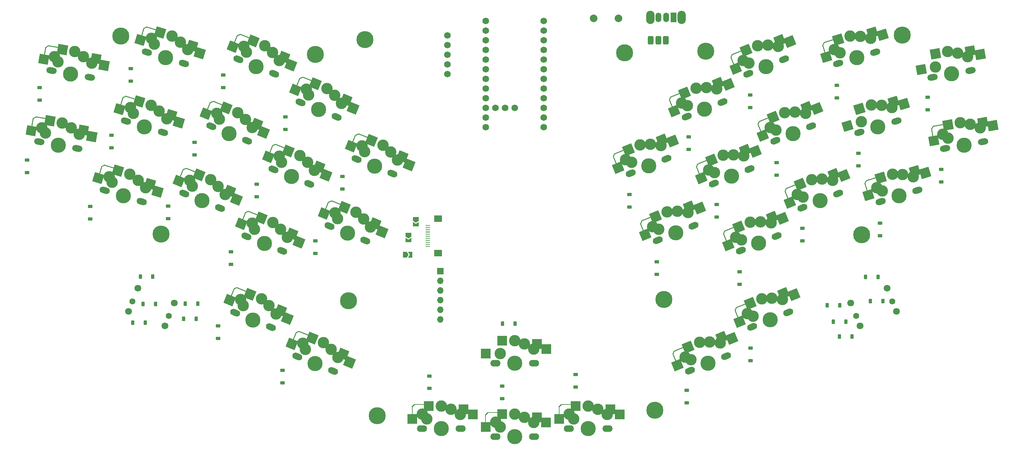
<source format=gbr>
%TF.GenerationSoftware,KiCad,Pcbnew,7.0.2*%
%TF.CreationDate,2024-07-27T13:19:37+02:00*%
%TF.ProjectId,Batreeq-wireless,42617472-6565-4712-9d77-6972656c6573,rev?*%
%TF.SameCoordinates,Original*%
%TF.FileFunction,Soldermask,Bot*%
%TF.FilePolarity,Negative*%
%FSLAX46Y46*%
G04 Gerber Fmt 4.6, Leading zero omitted, Abs format (unit mm)*
G04 Created by KiCad (PCBNEW 7.0.2) date 2024-07-27 13:19:37*
%MOMM*%
%LPD*%
G01*
G04 APERTURE LIST*
G04 Aperture macros list*
%AMRoundRect*
0 Rectangle with rounded corners*
0 $1 Rounding radius*
0 $2 $3 $4 $5 $6 $7 $8 $9 X,Y pos of 4 corners*
0 Add a 4 corners polygon primitive as box body*
4,1,4,$2,$3,$4,$5,$6,$7,$8,$9,$2,$3,0*
0 Add four circle primitives for the rounded corners*
1,1,$1+$1,$2,$3*
1,1,$1+$1,$4,$5*
1,1,$1+$1,$6,$7*
1,1,$1+$1,$8,$9*
0 Add four rect primitives between the rounded corners*
20,1,$1+$1,$2,$3,$4,$5,0*
20,1,$1+$1,$4,$5,$6,$7,0*
20,1,$1+$1,$6,$7,$8,$9,0*
20,1,$1+$1,$8,$9,$2,$3,0*%
%AMHorizOval*
0 Thick line with rounded ends*
0 $1 width*
0 $2 $3 position (X,Y) of the first rounded end (center of the circle)*
0 $4 $5 position (X,Y) of the second rounded end (center of the circle)*
0 Add line between two ends*
20,1,$1,$2,$3,$4,$5,0*
0 Add two circle primitives to create the rounded ends*
1,1,$1,$2,$3*
1,1,$1,$4,$5*%
%AMRotRect*
0 Rectangle, with rotation*
0 The origin of the aperture is its center*
0 $1 length*
0 $2 width*
0 $3 Rotation angle, in degrees counterclockwise*
0 Add horizontal line*
21,1,$1,$2,0,0,$3*%
%AMFreePoly0*
4,1,6,1.000000,0.000000,0.500000,-0.750000,-0.500000,-0.750000,-0.500000,0.750000,0.500000,0.750000,1.000000,0.000000,1.000000,0.000000,$1*%
%AMFreePoly1*
4,1,6,0.500000,-0.750000,-0.650000,-0.750000,-0.150000,0.000000,-0.650000,0.750000,0.500000,0.750000,0.500000,-0.750000,0.500000,-0.750000,$1*%
G04 Aperture macros list end*
%ADD10HorizOval,1.701800X0.492404X-0.086824X-0.492404X0.086824X0*%
%ADD11C,3.000000*%
%ADD12C,3.987800*%
%ADD13RotRect,2.550000X2.500000X350.000000*%
%ADD14RotRect,2.600000X2.600000X350.000000*%
%ADD15RoundRect,0.062500X0.322530X0.302137X-0.394228X-0.199743X-0.322530X-0.302137X0.394228X0.199743X0*%
%ADD16RotRect,4.000000X0.250000X260.000000*%
%ADD17RotRect,3.000000X0.250000X170.000000*%
%ADD18HorizOval,1.701800X0.463592X0.187303X-0.463592X-0.187303X0*%
%ADD19RotRect,2.550000X2.500000X22.000000*%
%ADD20RotRect,2.600000X2.600000X22.000000*%
%ADD21RoundRect,0.062500X0.113413X0.427142X-0.228476X-0.378300X-0.113413X-0.427142X0.228476X0.378300X0*%
%ADD22RotRect,4.000000X0.250000X292.000000*%
%ADD23RotRect,3.000000X0.250000X202.000000*%
%ADD24C,4.500000*%
%ADD25C,1.800000*%
%ADD26C,1.600000*%
%ADD27C,1.752600*%
%ADD28HorizOval,1.701800X0.463592X-0.187303X-0.463592X0.187303X0*%
%ADD29RotRect,2.550000X2.500000X338.000000*%
%ADD30RotRect,2.600000X2.600000X338.000000*%
%ADD31RoundRect,0.062500X0.378300X0.228476X-0.427142X-0.113413X-0.378300X-0.228476X0.427142X0.113413X0*%
%ADD32RotRect,4.000000X0.250000X248.000000*%
%ADD33RotRect,3.000000X0.250000X158.000000*%
%ADD34O,2.701800X1.701800*%
%ADD35R,2.550000X2.500000*%
%ADD36R,2.600000X2.600000*%
%ADD37RoundRect,0.062500X0.265165X0.353553X-0.353553X-0.265165X-0.265165X-0.353553X0.353553X0.265165X0*%
%ADD38R,0.250000X4.000000*%
%ADD39R,3.000000X0.250000*%
%ADD40O,2.200000X3.500000*%
%ADD41R,1.500000X2.500000*%
%ADD42O,1.500000X2.500000*%
%ADD43HorizOval,1.701800X0.492404X0.086824X-0.492404X-0.086824X0*%
%ADD44RotRect,2.550000X2.500000X10.000000*%
%ADD45RotRect,2.600000X2.600000X10.000000*%
%ADD46RoundRect,0.062500X0.199743X0.394228X-0.302137X-0.322530X-0.199743X-0.394228X0.302137X0.322530X0*%
%ADD47RotRect,4.000000X0.250000X280.000000*%
%ADD48RotRect,3.000000X0.250000X190.000000*%
%ADD49HorizOval,1.701800X0.478152X-0.146186X-0.478152X0.146186X0*%
%ADD50RotRect,2.550000X2.500000X343.000000*%
%ADD51RotRect,2.600000X2.600000X343.000000*%
%ADD52RoundRect,0.062500X0.356948X0.260578X-0.415632X-0.150210X-0.356948X-0.260578X0.415632X0.150210X0*%
%ADD53RotRect,4.000000X0.250000X253.000000*%
%ADD54RotRect,3.000000X0.250000X163.000000*%
%ADD55C,2.000000*%
%ADD56HorizOval,1.701800X0.478152X0.146186X-0.478152X-0.146186X0*%
%ADD57RotRect,2.550000X2.500000X17.000000*%
%ADD58RotRect,2.600000X2.600000X17.000000*%
%ADD59RoundRect,0.062500X0.150210X0.415632X-0.260578X-0.356948X-0.150210X-0.415632X0.260578X0.356948X0*%
%ADD60RotRect,4.000000X0.250000X287.000000*%
%ADD61RotRect,3.000000X0.250000X197.000000*%
%ADD62RoundRect,0.375000X0.375000X0.750000X-0.375000X0.750000X-0.375000X-0.750000X0.375000X-0.750000X0*%
%ADD63R,1.700000X1.700000*%
%ADD64O,1.700000X1.700000*%
%ADD65RoundRect,0.225000X-0.375000X0.225000X-0.375000X-0.225000X0.375000X-0.225000X0.375000X0.225000X0*%
%ADD66RoundRect,0.225000X-0.225000X-0.375000X0.225000X-0.375000X0.225000X0.375000X-0.225000X0.375000X0*%
%ADD67FreePoly0,270.000000*%
%ADD68FreePoly1,270.000000*%
%ADD69RoundRect,0.225000X0.375000X-0.225000X0.375000X0.225000X-0.375000X0.225000X-0.375000X-0.225000X0*%
%ADD70RoundRect,0.225000X0.225000X0.375000X-0.225000X0.375000X-0.225000X-0.375000X0.225000X-0.375000X0*%
%ADD71FreePoly0,0.000000*%
%ADD72FreePoly1,0.000000*%
%ADD73R,1.250000X0.280000*%
%ADD74R,2.000000X1.800000*%
G04 APERTURE END LIST*
D10*
%TO.C,SW9*%
X26011898Y-67817957D03*
D11*
X26744126Y-64139883D03*
X27702983Y-65540980D03*
X32050190Y-62841546D03*
D12*
X31016984Y-68701152D03*
D11*
X34397578Y-64142234D03*
X36589253Y-65879203D03*
D10*
X36016857Y-69586124D03*
D13*
X37652363Y-64712781D03*
D14*
X39814499Y-66447901D03*
D15*
X24816671Y-61510522D03*
D16*
X24137711Y-63685273D03*
D13*
X23950865Y-64879380D03*
D17*
X26610766Y-61533082D03*
D14*
X28824944Y-62272848D03*
%TD*%
D18*
%TO.C,SW21*%
X213449150Y-116503162D03*
D11*
X212121032Y-112995957D03*
X213676657Y-113676037D03*
X215932816Y-109083118D03*
D12*
X218161725Y-114599862D03*
D11*
X218612773Y-108942238D03*
X221391873Y-109253861D03*
D18*
X222870822Y-112700832D03*
D19*
X221675332Y-107701317D03*
D20*
X224428400Y-108027024D03*
D21*
X209093108Y-111787527D03*
D22*
X209669760Y-113991614D03*
D19*
X210144086Y-115103288D03*
D23*
X210626543Y-110855934D03*
D20*
X212896288Y-110309955D03*
%TD*%
D24*
%TO.C,H11*%
X114848000Y-139840000D03*
%TD*%
%TO.C,H8*%
X252898000Y-39740000D03*
%TD*%
D25*
%TO.C,HAT1*%
X51940475Y-106347429D03*
D26*
X50554430Y-109778009D03*
D25*
X49505532Y-112374124D03*
X59055525Y-116232571D03*
D26*
X60104424Y-113636457D03*
D25*
X61490468Y-110205876D03*
%TD*%
D27*
%TO.C,U1*%
X143403000Y-36070000D03*
X143403000Y-38610000D03*
X143403000Y-41150000D03*
X143403000Y-43690000D03*
X143403000Y-46230000D03*
X143403000Y-48770000D03*
X143403000Y-51310000D03*
X143403000Y-53850000D03*
X143403000Y-56390000D03*
X143403000Y-58930000D03*
X143403000Y-61470000D03*
X143403000Y-64010000D03*
X158643000Y-64010000D03*
X158643000Y-61470000D03*
X158643000Y-58930000D03*
X158643000Y-56390000D03*
X158643000Y-53850000D03*
X158643000Y-51310000D03*
X158643000Y-48770000D03*
X158643000Y-46230000D03*
X158643000Y-43690000D03*
X158643000Y-41150000D03*
X158643000Y-38610000D03*
X158643000Y-36070000D03*
X145943000Y-58930000D03*
X148483000Y-58930000D03*
X151023000Y-58930000D03*
%TD*%
D18*
%TO.C,SW31*%
X197113944Y-127981229D03*
D11*
X195785826Y-124474024D03*
X197341451Y-125154104D03*
X199597610Y-120561185D03*
D12*
X201826519Y-126077929D03*
D11*
X202277567Y-120420305D03*
X205056667Y-120731928D03*
D18*
X206535616Y-124178899D03*
D19*
X205340126Y-119179384D03*
D20*
X208093194Y-119505091D03*
D21*
X192757902Y-123265594D03*
D22*
X193334554Y-125469681D03*
D19*
X193808880Y-126581355D03*
D23*
X194291337Y-122334001D03*
D20*
X196561082Y-121788022D03*
%TD*%
D18*
%TO.C,SW13*%
X203316283Y-78788786D03*
D11*
X201988165Y-75281581D03*
X203543790Y-75961661D03*
X205799949Y-71368742D03*
D12*
X208028858Y-76885486D03*
D11*
X208479906Y-71227862D03*
X211259006Y-71539485D03*
D18*
X212737955Y-74986456D03*
D19*
X211542465Y-69986941D03*
D20*
X214295533Y-70312648D03*
D21*
X198960241Y-74073151D03*
D22*
X199536893Y-76277238D03*
D19*
X200011219Y-77388912D03*
D23*
X200493676Y-73141558D03*
D20*
X202763421Y-72595579D03*
%TD*%
D28*
%TO.C,SW3*%
X78351517Y-46152435D03*
D11*
X79832458Y-42706974D03*
X80479057Y-44276811D03*
X85292512Y-42540201D03*
D12*
X83063603Y-48056945D03*
D11*
X87318175Y-44300516D03*
X89100821Y-46455203D03*
D28*
X87770221Y-49962110D03*
D29*
X90383212Y-45535303D03*
D30*
X92137348Y-47682039D03*
D31*
X78493798Y-39734330D03*
D32*
X77377519Y-41720394D03*
D29*
X76946487Y-42849560D03*
D33*
X80243997Y-40129411D03*
D30*
X82255984Y-41313365D03*
%TD*%
D28*
%TO.C,SW4*%
X94745025Y-57431185D03*
D11*
X96225966Y-53985724D03*
X96872565Y-55555561D03*
X101686020Y-53818951D03*
D12*
X99457111Y-59335695D03*
D11*
X103711683Y-55579266D03*
X105494329Y-57733953D03*
D28*
X104163729Y-61240860D03*
D29*
X106776720Y-56814053D03*
D30*
X108530856Y-58960789D03*
D31*
X94887306Y-51013080D03*
D32*
X93771027Y-52999144D03*
D29*
X93339995Y-54128310D03*
D33*
X96637505Y-51408161D03*
D30*
X98649492Y-52592115D03*
%TD*%
D34*
%TO.C,SW30*%
X165242739Y-143212656D03*
D11*
X165325151Y-139463310D03*
X166512739Y-140676617D03*
X170325151Y-137263309D03*
D12*
X170325151Y-143213309D03*
D11*
X172862739Y-138136617D03*
X175322739Y-139466617D03*
D34*
X175402739Y-143216617D03*
D35*
X176167151Y-138133309D03*
D36*
X178597739Y-139466617D03*
D37*
X162970395Y-137208593D03*
D38*
X162679392Y-139468205D03*
D35*
X162702739Y-140676617D03*
D39*
X164741151Y-136919270D03*
D36*
X167050150Y-137263309D03*
%TD*%
D24*
%TO.C,H3*%
X190245175Y-109284961D03*
%TD*%
%TO.C,H6*%
X98598000Y-44840000D03*
%TD*%
D40*
%TO.C,SW25*%
X194898000Y-35090000D03*
X186698000Y-35090000D03*
D41*
X192798000Y-35090000D03*
D42*
X190798000Y-35090000D03*
X188798000Y-35090000D03*
%TD*%
D28*
%TO.C,SW28*%
X93829845Y-124240126D03*
D11*
X95310786Y-120794665D03*
X95957385Y-122364502D03*
X100770840Y-120627892D03*
D12*
X98541931Y-126144636D03*
D11*
X102796503Y-122388207D03*
X104579149Y-124542894D03*
D28*
X103248549Y-128049801D03*
D29*
X105861540Y-123622994D03*
D30*
X107615676Y-125769730D03*
D31*
X93972126Y-117822021D03*
D32*
X92855847Y-119808085D03*
D29*
X92424815Y-120937251D03*
D33*
X95722325Y-118217102D03*
D30*
X97734312Y-119401056D03*
%TD*%
D18*
%TO.C,SW6*%
X212375216Y-49953944D03*
D11*
X211047098Y-46446739D03*
X212602723Y-47126819D03*
X214858882Y-42533900D03*
D12*
X217087791Y-48050644D03*
D11*
X217538839Y-42393020D03*
X220317939Y-42704643D03*
D18*
X221796888Y-46151614D03*
D19*
X220601398Y-41152099D03*
D20*
X223354466Y-41477806D03*
D21*
X208019174Y-45238309D03*
D22*
X208595826Y-47442396D03*
D19*
X209070152Y-48554070D03*
D23*
X209552609Y-44306716D03*
D20*
X211822354Y-43760737D03*
%TD*%
D28*
%TO.C,SW11*%
X71233995Y-63768925D03*
D11*
X72714936Y-60323464D03*
X73361535Y-61893301D03*
X78174990Y-60156691D03*
D12*
X75946081Y-65673435D03*
D11*
X80200653Y-61917006D03*
X81983299Y-64071693D03*
D28*
X80652699Y-67578600D03*
D29*
X83265690Y-63151793D03*
D30*
X85019826Y-65298529D03*
D31*
X71376276Y-57350820D03*
D32*
X70259997Y-59336884D03*
D29*
X69828965Y-60466050D03*
D33*
X73126475Y-57745901D03*
D30*
X75138462Y-58929855D03*
%TD*%
D24*
%TO.C,H12*%
X111648000Y-40940000D03*
%TD*%
D28*
%TO.C,SW19*%
X80509974Y-92664174D03*
D11*
X81990915Y-89218713D03*
X82637514Y-90788550D03*
X87450969Y-89051940D03*
D12*
X85222060Y-94568684D03*
D11*
X89476632Y-90812255D03*
X91259278Y-92966942D03*
D28*
X89928678Y-96473849D03*
D29*
X92541669Y-92047042D03*
D30*
X94295805Y-94193778D03*
D31*
X80652255Y-86246069D03*
D32*
X79535976Y-88232133D03*
D29*
X79104944Y-89361299D03*
D33*
X82402454Y-86641150D03*
D30*
X84414441Y-87825104D03*
%TD*%
D43*
%TO.C,SW16*%
X264129332Y-69579076D03*
D11*
X263559425Y-65872380D03*
X264939659Y-66861032D03*
X268101437Y-62837561D03*
D12*
X269134644Y-68697167D03*
D11*
X270752122Y-63256954D03*
X273405701Y-64139574D03*
D43*
X274135666Y-67818711D03*
D44*
X274005758Y-62679891D03*
D45*
X276630946Y-63570876D03*
D46*
X260848915Y-64060817D03*
D47*
X260954710Y-66336632D03*
D44*
X261187542Y-67522631D03*
D48*
X262542529Y-63468400D03*
D45*
X264876191Y-63406259D03*
%TD*%
D24*
%TO.C,H2*%
X107354603Y-109610727D03*
%TD*%
D18*
%TO.C,SW23*%
X226610266Y-85186930D03*
D11*
X225282148Y-81679725D03*
X226837773Y-82359805D03*
X229093932Y-77766886D03*
D12*
X231322841Y-83283630D03*
D11*
X231773889Y-77626006D03*
X234552989Y-77937629D03*
D18*
X236031938Y-81384600D03*
D19*
X234836448Y-76385085D03*
D20*
X237589516Y-76710792D03*
D21*
X222254224Y-80471295D03*
D22*
X222830876Y-82675382D03*
D19*
X223305202Y-83787056D03*
D23*
X223787659Y-79539702D03*
D20*
X226057404Y-78993723D03*
%TD*%
D49*
%TO.C,SW17*%
X43251569Y-80557180D03*
D11*
X44426583Y-76995757D03*
X45207542Y-78503266D03*
X49851324Y-76353744D03*
D12*
X48111713Y-82043758D03*
D11*
X52022701Y-77930812D03*
X53986357Y-79921932D03*
D49*
X52966467Y-83531464D03*
D50*
X55183693Y-78893765D03*
D51*
X57118255Y-80879449D03*
D52*
X42833933Y-74151097D03*
D53*
X41895000Y-76226894D03*
D50*
X41564021Y-77389330D03*
D54*
X44611906Y-74392135D03*
D51*
X46719425Y-75396227D03*
%TD*%
D34*
%TO.C,SW29*%
X126637153Y-143212656D03*
D11*
X126719565Y-139463310D03*
X127907153Y-140676617D03*
X131719565Y-137263309D03*
D12*
X131719565Y-143213309D03*
D11*
X134257153Y-138136617D03*
X136717153Y-139466617D03*
D34*
X136797153Y-143216617D03*
D35*
X137561565Y-138133309D03*
D36*
X139992153Y-139466617D03*
D37*
X124364809Y-137208593D03*
D38*
X124073806Y-139468205D03*
D35*
X124097153Y-140676617D03*
D39*
X126135565Y-136919270D03*
D36*
X128444564Y-137263309D03*
%TD*%
D49*
%TO.C,SW2*%
X54361694Y-44217600D03*
D11*
X55536708Y-40656177D03*
X56317667Y-42163686D03*
X60961449Y-40014164D03*
D12*
X59221838Y-45704178D03*
D11*
X63132826Y-41591232D03*
X65096482Y-43582352D03*
D49*
X64076592Y-47191884D03*
D50*
X66293818Y-42554185D03*
D51*
X68228380Y-44539869D03*
D52*
X53944058Y-37811517D03*
D53*
X53005125Y-39887314D03*
D50*
X52674146Y-41049750D03*
D54*
X55722031Y-38052555D03*
D51*
X57829550Y-39056647D03*
%TD*%
D28*
%TO.C,SW20*%
X77494634Y-112762052D03*
D11*
X78975575Y-109316591D03*
X79622174Y-110886428D03*
X84435629Y-109149818D03*
D12*
X82206720Y-114666562D03*
D11*
X86461292Y-110910133D03*
X88243938Y-113064820D03*
D28*
X86913338Y-116571727D03*
D29*
X89526329Y-112144920D03*
D30*
X91280465Y-114291656D03*
D31*
X77636915Y-106343947D03*
D32*
X76520636Y-108330011D03*
D29*
X76089604Y-109459177D03*
D33*
X79387114Y-106739028D03*
D30*
X81399101Y-107922982D03*
%TD*%
D18*
%TO.C,SW32*%
X188610743Y-93681476D03*
D11*
X187282625Y-90174271D03*
X188838250Y-90854351D03*
X191094409Y-86261432D03*
D12*
X193323318Y-91778176D03*
D11*
X193774366Y-86120552D03*
X196553466Y-86432175D03*
D18*
X198032415Y-89879146D03*
D19*
X196836925Y-84879631D03*
D20*
X199589993Y-85205338D03*
D21*
X184254701Y-88965841D03*
D22*
X184831353Y-91169928D03*
D19*
X185305679Y-92281602D03*
D23*
X185788136Y-88034248D03*
D20*
X188057881Y-87488269D03*
%TD*%
D10*
%TO.C,SW1*%
X29302182Y-49089529D03*
D11*
X30034410Y-45411455D03*
X30993267Y-46812552D03*
X35340474Y-44113118D03*
D12*
X34307268Y-49972724D03*
D11*
X37687862Y-45413806D03*
X39879537Y-47150775D03*
D10*
X39307141Y-50857696D03*
D13*
X40942647Y-45984353D03*
D14*
X43104783Y-47719473D03*
D15*
X28106955Y-42782094D03*
D16*
X27427995Y-44956845D03*
D13*
X27241149Y-46150952D03*
D17*
X29901050Y-42804654D03*
D14*
X32115228Y-43544420D03*
%TD*%
D28*
%TO.C,SW18*%
X64116466Y-81385420D03*
D11*
X65597407Y-77939959D03*
X66244006Y-79509796D03*
X71057461Y-77773186D03*
D12*
X68828552Y-83289930D03*
D11*
X73083124Y-79533501D03*
X74865770Y-81688188D03*
D28*
X73535170Y-85195095D03*
D29*
X76148161Y-80768288D03*
D30*
X77902297Y-82915024D03*
D31*
X64258747Y-74967315D03*
D32*
X63142468Y-76953379D03*
D29*
X62711436Y-78082545D03*
D33*
X66008946Y-75362396D03*
D30*
X68020933Y-76546350D03*
%TD*%
D55*
%TO.C,SW34*%
X171798000Y-35340000D03*
X178298000Y-35340000D03*
%TD*%
D56*
%TO.C,SW7*%
X236069314Y-47184003D03*
D11*
X235051922Y-43574391D03*
X236542355Y-44387465D03*
X239190228Y-40008661D03*
D12*
X240929839Y-45698674D03*
D11*
X241872266Y-40101891D03*
X244613630Y-40654542D03*
D56*
X245786528Y-44217295D03*
D57*
X245031324Y-39132611D03*
D58*
X247745528Y-39697024D03*
D59*
X232140842Y-42106659D03*
D60*
X232523201Y-44352617D03*
D57*
X232898834Y-45501401D03*
D61*
X233749635Y-41312258D03*
D58*
X236058329Y-40966179D03*
%TD*%
D56*
%TO.C,SW15*%
X241622205Y-65350169D03*
D11*
X242095246Y-62553631D03*
X244743119Y-58174827D03*
D12*
X246482730Y-63864840D03*
D11*
X247425157Y-58268057D03*
X250166521Y-58820708D03*
D56*
X251339419Y-62383461D03*
D57*
X250584215Y-57298777D03*
D58*
X253298419Y-57863190D03*
D57*
X238451725Y-63667567D03*
D58*
X241611220Y-59132345D03*
%TD*%
D25*
%TO.C,HAT2*%
X239355532Y-110205876D03*
D26*
X240741576Y-113636457D03*
D25*
X241790475Y-116232571D03*
X251340468Y-112374124D03*
D26*
X250291570Y-109778009D03*
D25*
X248905525Y-106347429D03*
%TD*%
D28*
%TO.C,SW12*%
X87627498Y-75047680D03*
D11*
X89108439Y-71602219D03*
X89755038Y-73172056D03*
X94568493Y-71435446D03*
D12*
X92339584Y-76952190D03*
D11*
X96594156Y-73195761D03*
X98376802Y-75350448D03*
D28*
X97046202Y-78857355D03*
D29*
X99659193Y-74430548D03*
D30*
X101413329Y-76577284D03*
D31*
X87769779Y-68629575D03*
D32*
X86653500Y-70615639D03*
D29*
X86222468Y-71744805D03*
D33*
X89519978Y-69024656D03*
D30*
X91531965Y-70208610D03*
%TD*%
D28*
%TO.C,SW26*%
X109450568Y-72323879D03*
D11*
X110931509Y-68878418D03*
X111578108Y-70448255D03*
X116391563Y-68711645D03*
D12*
X114162654Y-74228389D03*
D11*
X118417226Y-70471960D03*
X120199872Y-72626647D03*
D28*
X118869272Y-76133554D03*
D29*
X121482263Y-71706747D03*
D30*
X123236399Y-73853483D03*
D31*
X109592849Y-65905774D03*
D32*
X108476570Y-67891838D03*
D29*
X108045538Y-69021004D03*
D33*
X111343048Y-66300855D03*
D30*
X113355035Y-67484809D03*
%TD*%
D24*
%TO.C,H10*%
X187848000Y-138440000D03*
%TD*%
%TO.C,H9*%
X179898000Y-44440000D03*
%TD*%
D62*
%TO.C,J2*%
X186748000Y-41090000D03*
X188748000Y-41090000D03*
X190748000Y-41090000D03*
%TD*%
D18*
%TO.C,SW33*%
X181493219Y-76064980D03*
D11*
X180165101Y-72557775D03*
X181720726Y-73237855D03*
X183976885Y-68644936D03*
D12*
X186205794Y-74161680D03*
D11*
X186656842Y-68504056D03*
X189435942Y-68815679D03*
D18*
X190914891Y-72262650D03*
D19*
X189719401Y-67263135D03*
D20*
X192472469Y-67588842D03*
D21*
X177137177Y-71349345D03*
D22*
X177713829Y-73553432D03*
D19*
X178188155Y-74665106D03*
D23*
X178670612Y-70417752D03*
D20*
X180940357Y-69871773D03*
%TD*%
D43*
%TO.C,SW8*%
X260827772Y-50844294D03*
D11*
X261638099Y-48126250D03*
X264799877Y-44102779D03*
D12*
X265833084Y-49962385D03*
D11*
X267450562Y-44522172D03*
X270104141Y-45404792D03*
D43*
X270834106Y-49083929D03*
D44*
X270704198Y-43945109D03*
D45*
X273329386Y-44836094D03*
D44*
X257885982Y-48787849D03*
D45*
X261574631Y-44671477D03*
%TD*%
D24*
%TO.C,H1*%
X58098000Y-92090000D03*
%TD*%
D18*
%TO.C,SW5*%
X196198764Y-61172292D03*
D11*
X194870646Y-57665087D03*
X196426271Y-58345167D03*
X198682430Y-53752248D03*
D12*
X200911339Y-59268992D03*
D11*
X201362387Y-53611368D03*
X204141487Y-53922991D03*
D18*
X205620436Y-57369962D03*
D19*
X204424946Y-52370447D03*
D20*
X207178014Y-52696154D03*
D21*
X191842722Y-56456657D03*
D22*
X192419374Y-58660744D03*
D19*
X192893700Y-59772418D03*
D23*
X193376157Y-55525064D03*
D20*
X195645902Y-54979085D03*
%TD*%
D34*
%TO.C,SW37*%
X145917151Y-145329347D03*
D11*
X145999563Y-141580001D03*
X147187151Y-142793308D03*
X150999563Y-139380000D03*
D12*
X150999563Y-145330000D03*
D11*
X153537151Y-140253308D03*
X155997151Y-141583308D03*
D34*
X156077151Y-145333308D03*
D35*
X156841563Y-140250000D03*
D36*
X159272151Y-141583308D03*
D37*
X143644807Y-139325284D03*
D38*
X143353804Y-141584896D03*
D35*
X143377151Y-142793308D03*
D39*
X145415563Y-139035961D03*
D36*
X147724562Y-139380000D03*
%TD*%
D24*
%TO.C,H7*%
X201248000Y-44040000D03*
%TD*%
D27*
%TO.C,Display1*%
X133323000Y-39813250D03*
X133323000Y-42353250D03*
X133323000Y-44893250D03*
X133323000Y-47433250D03*
X133323000Y-49973250D03*
%TD*%
D63*
%TO.C,J3*%
X131498000Y-101840000D03*
D64*
X131498000Y-104380000D03*
X131498000Y-106920000D03*
X131498000Y-109460000D03*
X131498000Y-112000000D03*
X131498000Y-114540000D03*
%TD*%
D18*
%TO.C,SW14*%
X219492744Y-67570439D03*
D11*
X218164626Y-64063234D03*
X219720251Y-64743314D03*
X221976410Y-60150395D03*
D12*
X224205319Y-65667139D03*
D11*
X224656367Y-60009515D03*
X227435467Y-60321138D03*
D18*
X228914416Y-63768109D03*
D19*
X227718926Y-58768594D03*
D20*
X230471994Y-59094301D03*
D21*
X215136702Y-62854804D03*
D22*
X215713354Y-65058891D03*
D19*
X216187680Y-66170565D03*
D23*
X216670137Y-61923211D03*
D20*
X218939882Y-61377232D03*
%TD*%
D56*
%TO.C,SW24*%
X247179435Y-83523585D03*
D11*
X246162043Y-79913973D03*
X247652476Y-80727047D03*
X250300349Y-76348243D03*
D12*
X252039960Y-82038256D03*
D11*
X252982387Y-76441473D03*
X255723751Y-76994124D03*
D56*
X256896649Y-80556877D03*
D57*
X256141445Y-75472193D03*
D58*
X258855649Y-76036606D03*
D59*
X243250963Y-78446241D03*
D60*
X243633322Y-80692199D03*
D57*
X244008955Y-81840983D03*
D61*
X244859756Y-77651840D03*
D58*
X247168450Y-77305761D03*
%TD*%
D49*
%TO.C,SW10*%
X48815876Y-62403415D03*
D11*
X49990890Y-58841992D03*
X50771849Y-60349501D03*
X55415631Y-58199979D03*
D12*
X53676020Y-63889993D03*
D11*
X57587008Y-59777047D03*
X59550664Y-61768167D03*
D49*
X58530774Y-65377699D03*
D50*
X60748000Y-60740000D03*
D51*
X62682562Y-62725684D03*
D52*
X48398240Y-55997332D03*
D53*
X47459307Y-58073129D03*
D50*
X47128328Y-59235565D03*
D54*
X50176213Y-56238370D03*
D51*
X52283732Y-57242462D03*
%TD*%
D24*
%TO.C,H5*%
X47498000Y-40040000D03*
%TD*%
D18*
%TO.C,SW22*%
X210433811Y-96405282D03*
D11*
X209105693Y-92898077D03*
X210661318Y-93578157D03*
X212917477Y-88985238D03*
D12*
X215146386Y-94501982D03*
D11*
X215597434Y-88844358D03*
X218376534Y-89155981D03*
D18*
X219855483Y-92602952D03*
D19*
X218659993Y-87603437D03*
D20*
X221413061Y-87929144D03*
D21*
X206077769Y-91689647D03*
D22*
X206654421Y-93893734D03*
D19*
X207128747Y-95005408D03*
D23*
X207611204Y-90758054D03*
D20*
X209880949Y-90212075D03*
%TD*%
D28*
%TO.C,SW27*%
X102333040Y-89940370D03*
D11*
X103813981Y-86494909D03*
X104460580Y-88064746D03*
X109274035Y-86328136D03*
D12*
X107045126Y-91844880D03*
D11*
X111299698Y-88088451D03*
X113082344Y-90243138D03*
D28*
X111751744Y-93750045D03*
D29*
X114364735Y-89323238D03*
D30*
X116118871Y-91469974D03*
D31*
X102475321Y-83522265D03*
D32*
X101359042Y-85508329D03*
D29*
X100928010Y-86637495D03*
D33*
X104225520Y-83917346D03*
D30*
X106237507Y-85101300D03*
%TD*%
D24*
%TO.C,H4*%
X242248000Y-92290000D03*
%TD*%
D34*
%TO.C,SW35*%
X145943000Y-126036039D03*
D11*
X147213000Y-123500000D03*
X151025412Y-120086692D03*
D12*
X151025412Y-126036692D03*
D11*
X153563000Y-120960000D03*
X156023000Y-122290000D03*
D34*
X156103000Y-126040000D03*
D35*
X156867412Y-120956692D03*
D36*
X159298000Y-122290000D03*
D35*
X143403000Y-123500000D03*
D36*
X147750411Y-120086692D03*
%TD*%
D65*
%TO.C,D31*%
X188348000Y-99390000D03*
X188348000Y-102690000D03*
%TD*%
%TO.C,D14*%
X219848000Y-73290000D03*
X219848000Y-76590000D03*
%TD*%
D66*
%TO.C,D40*%
X64448000Y-110340000D03*
X67748000Y-110340000D03*
%TD*%
D65*
%TO.C,D11*%
X66848000Y-67940000D03*
X66848000Y-71240000D03*
%TD*%
%TO.C,D13*%
X204148000Y-84290000D03*
X204148000Y-87590000D03*
%TD*%
%TO.C,D20*%
X73048000Y-116190000D03*
X73048000Y-119490000D03*
%TD*%
%TO.C,D12*%
X83198000Y-78990000D03*
X83198000Y-82290000D03*
%TD*%
D67*
%TO.C,JP1*%
X124998000Y-88090000D03*
D68*
X124998000Y-89540000D03*
%TD*%
D65*
%TO.C,D15*%
X241348000Y-70840000D03*
X241348000Y-74140000D03*
%TD*%
%TO.C,D23*%
X226648000Y-90540000D03*
X226648000Y-93840000D03*
%TD*%
%TO.C,D2*%
X50098000Y-48540000D03*
X50098000Y-51840000D03*
%TD*%
D69*
%TO.C,D35*%
X147748000Y-135390000D03*
X147748000Y-132090000D03*
%TD*%
D65*
%TO.C,D26*%
X98648000Y-93890000D03*
X98648000Y-97190000D03*
%TD*%
D67*
%TO.C,JP2*%
X123048000Y-92290000D03*
D68*
X123048000Y-93740000D03*
%TD*%
D66*
%TO.C,D33*%
X147798000Y-115640000D03*
X151098000Y-115640000D03*
%TD*%
D70*
%TO.C,D42*%
X238098000Y-115090000D03*
X234798000Y-115090000D03*
%TD*%
D65*
%TO.C,D7*%
X235648000Y-52940000D03*
X235648000Y-56240000D03*
%TD*%
%TO.C,D10*%
X45048000Y-66090000D03*
X45048000Y-69390000D03*
%TD*%
%TO.C,D1*%
X26098000Y-53590000D03*
X26098000Y-56890000D03*
%TD*%
D69*
%TO.C,D29*%
X166998000Y-132290000D03*
X166998000Y-128990000D03*
%TD*%
D65*
%TO.C,D5*%
X196748000Y-66540000D03*
X196748000Y-69840000D03*
%TD*%
D70*
%TO.C,D45*%
X246498000Y-103390000D03*
X243198000Y-103390000D03*
%TD*%
D65*
%TO.C,D22*%
X210148000Y-102040000D03*
X210148000Y-105340000D03*
%TD*%
D66*
%TO.C,D37*%
X53298000Y-110490000D03*
X56598000Y-110490000D03*
%TD*%
D65*
%TO.C,D27*%
X89948000Y-127940000D03*
X89948000Y-131240000D03*
%TD*%
D66*
%TO.C,D38*%
X50598000Y-115340000D03*
X53898000Y-115340000D03*
%TD*%
D65*
%TO.C,D6*%
X212898000Y-55490000D03*
X212898000Y-58790000D03*
%TD*%
%TO.C,D30*%
X196248000Y-133190000D03*
X196248000Y-136490000D03*
%TD*%
%TO.C,D21*%
X212998000Y-122090000D03*
X212998000Y-125390000D03*
%TD*%
D71*
%TO.C,JP3*%
X122123000Y-97515000D03*
D72*
X123573000Y-97515000D03*
%TD*%
D66*
%TO.C,D36*%
X52598000Y-103290000D03*
X55898000Y-103290000D03*
%TD*%
D65*
%TO.C,D18*%
X59948000Y-84740000D03*
X59948000Y-88040000D03*
%TD*%
%TO.C,D8*%
X259548000Y-56140000D03*
X259548000Y-59440000D03*
%TD*%
D73*
%TO.C,J1*%
X128160000Y-89790000D03*
X128160000Y-90290000D03*
X128160000Y-90790000D03*
X128160000Y-91290000D03*
X128160000Y-91790000D03*
X128160000Y-92290000D03*
X128160000Y-92790000D03*
X128160000Y-93290000D03*
X128160000Y-93790000D03*
X128160000Y-94290000D03*
X128160000Y-94790000D03*
X128160000Y-95290000D03*
D74*
X130884000Y-97090000D03*
X130884000Y-87990000D03*
%TD*%
D65*
%TO.C,D16*%
X263098000Y-75040000D03*
X263098000Y-78340000D03*
%TD*%
D70*
%TO.C,D43*%
X239648000Y-119040000D03*
X236348000Y-119040000D03*
%TD*%
D65*
%TO.C,D32*%
X181148000Y-81690000D03*
X181148000Y-84990000D03*
%TD*%
%TO.C,D19*%
X76398000Y-96740000D03*
X76398000Y-100040000D03*
%TD*%
D66*
%TO.C,D39*%
X63998000Y-114390000D03*
X67298000Y-114390000D03*
%TD*%
D70*
%TO.C,D41*%
X236448000Y-110840000D03*
X233148000Y-110840000D03*
%TD*%
D65*
%TO.C,D25*%
X105748000Y-76940000D03*
X105748000Y-80240000D03*
%TD*%
%TO.C,D4*%
X90698000Y-61240000D03*
X90698000Y-64540000D03*
%TD*%
%TO.C,D3*%
X74398000Y-50240000D03*
X74398000Y-53540000D03*
%TD*%
%TO.C,D9*%
X22798000Y-72590000D03*
X22798000Y-75890000D03*
%TD*%
D70*
%TO.C,D44*%
X247798000Y-109690000D03*
X244498000Y-109690000D03*
%TD*%
D69*
%TO.C,D28*%
X128548000Y-132690000D03*
X128548000Y-129390000D03*
%TD*%
D65*
%TO.C,D24*%
X246998000Y-89190000D03*
X246998000Y-92490000D03*
%TD*%
%TO.C,D17*%
X39448000Y-84790000D03*
X39448000Y-88090000D03*
%TD*%
M02*

</source>
